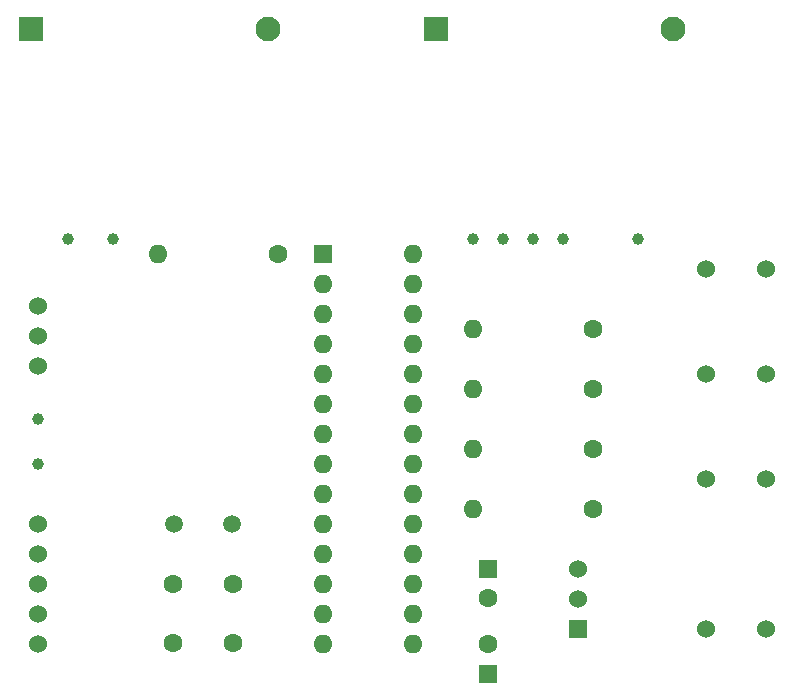
<source format=gbr>
%TF.GenerationSoftware,KiCad,Pcbnew,(6.0.7)*%
%TF.CreationDate,2022-08-10T19:12:11+02:00*%
%TF.ProjectId,MAKE_PCB,4d414b45-5f50-4434-922e-6b696361645f,rev?*%
%TF.SameCoordinates,Original*%
%TF.FileFunction,Soldermask,Bot*%
%TF.FilePolarity,Negative*%
%FSLAX46Y46*%
G04 Gerber Fmt 4.6, Leading zero omitted, Abs format (unit mm)*
G04 Created by KiCad (PCBNEW (6.0.7)) date 2022-08-10 19:12:11*
%MOMM*%
%LPD*%
G01*
G04 APERTURE LIST*
%ADD10C,1.000000*%
%ADD11C,2.100000*%
%ADD12R,2.100000X2.100000*%
%ADD13R,1.524000X1.524000*%
%ADD14C,1.524000*%
%ADD15C,1.600000*%
%ADD16R,1.600000X1.600000*%
%ADD17O,1.600000X1.600000*%
%ADD18C,1.500000*%
G04 APERTURE END LIST*
D10*
%TO.C,5V*%
X30480000Y-167640000D03*
%TD*%
%TO.C,Fancy*%
X74930000Y-148590000D03*
%TD*%
%TO.C,GND*%
X81280000Y-148590000D03*
%TD*%
%TO.C,B*%
X72390000Y-148590000D03*
%TD*%
%TO.C,R*%
X67310000Y-148590000D03*
%TD*%
%TO.C,DI*%
X36830000Y-148590000D03*
%TD*%
%TO.C,CI*%
X33020000Y-148590000D03*
%TD*%
%TO.C,G*%
X69850000Y-148590000D03*
%TD*%
%TO.C,6V*%
X30480000Y-163830000D03*
%TD*%
D11*
%TO.C,CR2450_2*%
X49890914Y-130810000D03*
D12*
X29890914Y-130810000D03*
%TD*%
D13*
%TO.C,L7805CV1*%
X76200000Y-181610000D03*
D14*
X76200000Y-179070000D03*
X76200000Y-176530000D03*
%TD*%
D15*
%TO.C,C3*%
X46990000Y-177840000D03*
X46990000Y-182840000D03*
%TD*%
%TO.C,C4*%
X41910000Y-177840000D03*
X41910000Y-182840000D03*
%TD*%
D14*
%TO.C,Button1*%
X86995000Y-151130000D03*
X92075000Y-151130000D03*
%TD*%
%TO.C,ProgramingPins*%
X30480000Y-182880000D03*
X30480000Y-180340000D03*
X30480000Y-177800000D03*
X30480000Y-175260000D03*
X30480000Y-172720000D03*
%TD*%
D16*
%TO.C,C2*%
X68580000Y-176530000D03*
D15*
X68580000Y-179030000D03*
%TD*%
D14*
%TO.C,POWER*%
X30480000Y-154305000D03*
X30480000Y-156845000D03*
X30480000Y-159385000D03*
%TD*%
D15*
%TO.C,R2*%
X77470000Y-161290000D03*
D17*
X67310000Y-161290000D03*
%TD*%
D16*
%TO.C,ATmega-XXXX-X*%
X54620000Y-149870000D03*
D17*
X54620000Y-152410000D03*
X54620000Y-154950000D03*
X54620000Y-157490000D03*
X54620000Y-160030000D03*
X54620000Y-162570000D03*
X54620000Y-165110000D03*
X54620000Y-167650000D03*
X54620000Y-170190000D03*
X54620000Y-172730000D03*
X54620000Y-175270000D03*
X54620000Y-177810000D03*
X54620000Y-180350000D03*
X54620000Y-182890000D03*
X62240000Y-182890000D03*
X62240000Y-180350000D03*
X62240000Y-177810000D03*
X62240000Y-175270000D03*
X62240000Y-172730000D03*
X62240000Y-170190000D03*
X62240000Y-167650000D03*
X62240000Y-165110000D03*
X62240000Y-162570000D03*
X62240000Y-160030000D03*
X62240000Y-157490000D03*
X62240000Y-154950000D03*
X62240000Y-152410000D03*
X62240000Y-149870000D03*
%TD*%
D14*
%TO.C,Button4*%
X86995000Y-181610000D03*
X92075000Y-181610000D03*
%TD*%
D15*
%TO.C,R5*%
X50800000Y-149860000D03*
D17*
X40640000Y-149860000D03*
%TD*%
D15*
%TO.C,R1*%
X77470000Y-156210000D03*
D17*
X67310000Y-156210000D03*
%TD*%
D14*
%TO.C,Button2*%
X86995000Y-160020000D03*
X92075000Y-160020000D03*
%TD*%
D18*
%TO.C,Crystal*%
X42000000Y-172720000D03*
X46880000Y-172720000D03*
%TD*%
D14*
%TO.C,Button3*%
X86995000Y-168910000D03*
X92075000Y-168910000D03*
%TD*%
D15*
%TO.C,R4*%
X77470000Y-171450000D03*
D17*
X67310000Y-171450000D03*
%TD*%
D16*
%TO.C,C1*%
X68580000Y-185420000D03*
D15*
X68580000Y-182920000D03*
%TD*%
%TO.C,R3*%
X77470000Y-166370000D03*
D17*
X67310000Y-166370000D03*
%TD*%
D12*
%TO.C,CR2450_1*%
X64180914Y-130810000D03*
D11*
X84180914Y-130810000D03*
%TD*%
M02*

</source>
